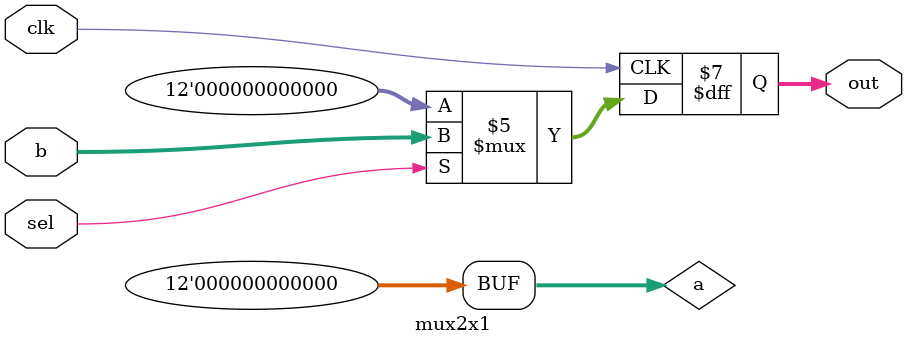
<source format=v>
module mux2x1 (
	input [11:0] b,
	input 		sel,
	input 		clk,
	output reg [11:0] out
	);
	
	reg [11:0] a;
	
	initial a = 0;
	
	always @(posedge clk)
		if (sel == 0)
			out <= a;
		else
			out <= b;

endmodule 
</source>
